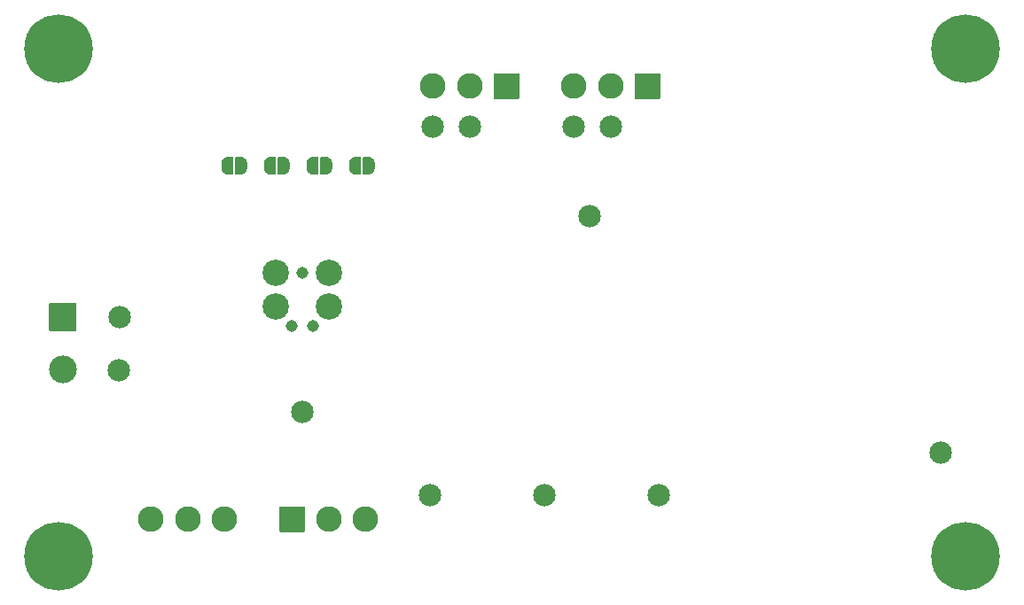
<source format=gbs>
G04 #@! TF.GenerationSoftware,KiCad,Pcbnew,6.0.10-86aedd382b~118~ubuntu18.04.1*
G04 #@! TF.CreationDate,2024-12-06T10:51:47-07:00*
G04 #@! TF.ProjectId,ckt-iiab,636b742d-6969-4616-922e-6b696361645f,rev?*
G04 #@! TF.SameCoordinates,Original*
G04 #@! TF.FileFunction,Soldermask,Bot*
G04 #@! TF.FilePolarity,Negative*
%FSLAX46Y46*%
G04 Gerber Fmt 4.6, Leading zero omitted, Abs format (unit mm)*
G04 Created by KiCad (PCBNEW 6.0.10-86aedd382b~118~ubuntu18.04.1) date 2024-12-06 10:51:47*
%MOMM*%
%LPD*%
G01*
G04 APERTURE LIST*
%ADD10C,2.452400*%
%ADD11C,6.552400*%
%ADD12C,2.527300*%
%ADD13C,1.143000*%
%ADD14C,2.652400*%
%ADD15C,2.152400*%
G04 APERTURE END LIST*
G36*
G01*
X124487200Y-76574000D02*
X124487200Y-78874000D01*
G75*
G02*
X124411000Y-78950200I-76200J0D01*
G01*
X122111000Y-78950200D01*
G75*
G02*
X122034800Y-78874000I0J76200D01*
G01*
X122034800Y-76574000D01*
G75*
G02*
X122111000Y-76497800I76200J0D01*
G01*
X124411000Y-76497800D01*
G75*
G02*
X124487200Y-76574000I0J-76200D01*
G01*
G37*
D10*
X119761000Y-77724000D03*
X116261000Y-77724000D03*
D11*
X167132000Y-122682000D03*
X167132000Y-74168000D03*
X80518000Y-122682000D03*
X80518000Y-74168000D03*
D12*
X101219000Y-95627000D03*
X106299000Y-98802000D03*
X101219000Y-98802000D03*
D13*
X104775000Y-100707000D03*
X103759000Y-95627000D03*
X102743000Y-100707000D03*
D12*
X106299000Y-95627000D03*
G36*
G01*
X79649000Y-98495800D02*
X82149000Y-98495800D01*
G75*
G02*
X82225200Y-98572000I0J-76200D01*
G01*
X82225200Y-101072000D01*
G75*
G02*
X82149000Y-101148200I-76200J0D01*
G01*
X79649000Y-101148200D01*
G75*
G02*
X79572800Y-101072000I0J76200D01*
G01*
X79572800Y-98572000D01*
G75*
G02*
X79649000Y-98495800I76200J0D01*
G01*
G37*
D14*
X80899000Y-104822000D03*
G36*
G01*
X137949200Y-76574000D02*
X137949200Y-78874000D01*
G75*
G02*
X137873000Y-78950200I-76200J0D01*
G01*
X135573000Y-78950200D01*
G75*
G02*
X135496800Y-78874000I0J76200D01*
G01*
X135496800Y-76574000D01*
G75*
G02*
X135573000Y-76497800I76200J0D01*
G01*
X137873000Y-76497800D01*
G75*
G02*
X137949200Y-76574000I0J-76200D01*
G01*
G37*
D10*
X133223000Y-77724000D03*
X129723000Y-77724000D03*
G36*
G01*
X101572800Y-120276000D02*
X101572800Y-117976000D01*
G75*
G02*
X101649000Y-117899800I76200J0D01*
G01*
X103949000Y-117899800D01*
G75*
G02*
X104025200Y-117976000I0J-76200D01*
G01*
X104025200Y-120276000D01*
G75*
G02*
X103949000Y-120352200I-76200J0D01*
G01*
X101649000Y-120352200D01*
G75*
G02*
X101572800Y-120276000I0J76200D01*
G01*
G37*
X106299000Y-119126000D03*
X109799000Y-119126000D03*
X89337000Y-119126000D03*
X92837000Y-119126000D03*
X96337000Y-119126000D03*
D15*
X133223000Y-81592000D03*
X137795000Y-116840000D03*
X126873000Y-116840000D03*
X164719000Y-112776000D03*
G36*
X105511020Y-86152373D02*
G01*
X105484958Y-86107232D01*
X105483800Y-86094000D01*
X105483800Y-84594000D01*
X105501627Y-84545020D01*
X105546768Y-84518958D01*
X105560000Y-84517800D01*
X106060000Y-84517800D01*
X106074334Y-84523017D01*
X106141337Y-84524245D01*
X106162664Y-84527699D01*
X106297979Y-84569974D01*
X106317480Y-84579275D01*
X106435490Y-84657830D01*
X106451596Y-84672231D01*
X106542816Y-84780750D01*
X106554233Y-84799092D01*
X106611328Y-84928851D01*
X106617138Y-84949660D01*
X106634060Y-85079068D01*
X106635042Y-85080768D01*
X106636200Y-85094000D01*
X106636200Y-85594000D01*
X106635448Y-85596066D01*
X106635256Y-85611833D01*
X106613445Y-85751910D01*
X106607128Y-85772570D01*
X106546880Y-85900895D01*
X106535018Y-85918953D01*
X106441174Y-86025211D01*
X106424721Y-86039213D01*
X106304826Y-86114861D01*
X106285105Y-86123683D01*
X106148798Y-86162640D01*
X106127392Y-86165573D01*
X106079745Y-86165282D01*
X106073232Y-86169042D01*
X106060000Y-86170200D01*
X105560000Y-86170200D01*
X105511020Y-86152373D01*
G37*
G36*
X104745919Y-86165075D02*
G01*
X104685630Y-86164707D01*
X104664262Y-86161513D01*
X104528441Y-86120894D01*
X104508828Y-86111832D01*
X104389866Y-86034725D01*
X104373585Y-86020522D01*
X104281047Y-85913125D01*
X104269408Y-85894924D01*
X104210731Y-85765872D01*
X104204667Y-85745135D01*
X104184570Y-85604802D01*
X104183800Y-85594000D01*
X104183800Y-85094000D01*
X104183806Y-85093071D01*
X104183955Y-85080855D01*
X104185005Y-85069142D01*
X104208525Y-84929341D01*
X104215094Y-84908758D01*
X104276906Y-84781179D01*
X104288987Y-84763268D01*
X104384122Y-84658164D01*
X104400745Y-84644363D01*
X104521555Y-84570186D01*
X104541383Y-84561606D01*
X104678156Y-84524317D01*
X104699596Y-84521647D01*
X104740802Y-84522402D01*
X104746768Y-84518958D01*
X104760000Y-84517800D01*
X105260000Y-84517800D01*
X105308980Y-84535627D01*
X105335042Y-84580768D01*
X105336200Y-84594000D01*
X105336200Y-86094000D01*
X105318373Y-86142980D01*
X105273232Y-86169042D01*
X105260000Y-86170200D01*
X104760000Y-86170200D01*
X104745919Y-86165075D01*
G37*
X103759000Y-108839000D03*
G36*
X109575020Y-86152373D02*
G01*
X109548958Y-86107232D01*
X109547800Y-86094000D01*
X109547800Y-84594000D01*
X109565627Y-84545020D01*
X109610768Y-84518958D01*
X109624000Y-84517800D01*
X110124000Y-84517800D01*
X110138334Y-84523017D01*
X110205337Y-84524245D01*
X110226664Y-84527699D01*
X110361979Y-84569974D01*
X110381480Y-84579275D01*
X110499490Y-84657830D01*
X110515596Y-84672231D01*
X110606816Y-84780750D01*
X110618233Y-84799092D01*
X110675328Y-84928851D01*
X110681138Y-84949660D01*
X110698060Y-85079068D01*
X110699042Y-85080768D01*
X110700200Y-85094000D01*
X110700200Y-85594000D01*
X110699448Y-85596066D01*
X110699256Y-85611833D01*
X110677445Y-85751910D01*
X110671128Y-85772570D01*
X110610880Y-85900895D01*
X110599018Y-85918953D01*
X110505174Y-86025211D01*
X110488721Y-86039213D01*
X110368826Y-86114861D01*
X110349105Y-86123683D01*
X110212798Y-86162640D01*
X110191392Y-86165573D01*
X110143745Y-86165282D01*
X110137232Y-86169042D01*
X110124000Y-86170200D01*
X109624000Y-86170200D01*
X109575020Y-86152373D01*
G37*
G36*
X108809919Y-86165075D02*
G01*
X108749630Y-86164707D01*
X108728262Y-86161513D01*
X108592441Y-86120894D01*
X108572828Y-86111832D01*
X108453866Y-86034725D01*
X108437585Y-86020522D01*
X108345047Y-85913125D01*
X108333408Y-85894924D01*
X108274731Y-85765872D01*
X108268667Y-85745135D01*
X108248570Y-85604802D01*
X108247800Y-85594000D01*
X108247800Y-85094000D01*
X108247806Y-85093071D01*
X108247955Y-85080855D01*
X108249005Y-85069142D01*
X108272525Y-84929341D01*
X108279094Y-84908758D01*
X108340906Y-84781179D01*
X108352987Y-84763268D01*
X108448122Y-84658164D01*
X108464745Y-84644363D01*
X108585555Y-84570186D01*
X108605383Y-84561606D01*
X108742156Y-84524317D01*
X108763596Y-84521647D01*
X108804802Y-84522402D01*
X108810768Y-84518958D01*
X108824000Y-84517800D01*
X109324000Y-84517800D01*
X109372980Y-84535627D01*
X109399042Y-84580768D01*
X109400200Y-84594000D01*
X109400200Y-86094000D01*
X109382373Y-86142980D01*
X109337232Y-86169042D01*
X109324000Y-86170200D01*
X108824000Y-86170200D01*
X108809919Y-86165075D01*
G37*
X129667000Y-81592000D03*
X131191000Y-90170000D03*
X119761000Y-81592000D03*
G36*
X101447020Y-86152373D02*
G01*
X101420958Y-86107232D01*
X101419800Y-86094000D01*
X101419800Y-84594000D01*
X101437627Y-84545020D01*
X101482768Y-84518958D01*
X101496000Y-84517800D01*
X101996000Y-84517800D01*
X102010334Y-84523017D01*
X102077337Y-84524245D01*
X102098664Y-84527699D01*
X102233979Y-84569974D01*
X102253480Y-84579275D01*
X102371490Y-84657830D01*
X102387596Y-84672231D01*
X102478816Y-84780750D01*
X102490233Y-84799092D01*
X102547328Y-84928851D01*
X102553138Y-84949660D01*
X102570060Y-85079068D01*
X102571042Y-85080768D01*
X102572200Y-85094000D01*
X102572200Y-85594000D01*
X102571448Y-85596066D01*
X102571256Y-85611833D01*
X102549445Y-85751910D01*
X102543128Y-85772570D01*
X102482880Y-85900895D01*
X102471018Y-85918953D01*
X102377174Y-86025211D01*
X102360721Y-86039213D01*
X102240826Y-86114861D01*
X102221105Y-86123683D01*
X102084798Y-86162640D01*
X102063392Y-86165573D01*
X102015745Y-86165282D01*
X102009232Y-86169042D01*
X101996000Y-86170200D01*
X101496000Y-86170200D01*
X101447020Y-86152373D01*
G37*
G36*
X100681919Y-86165075D02*
G01*
X100621630Y-86164707D01*
X100600262Y-86161513D01*
X100464441Y-86120894D01*
X100444828Y-86111832D01*
X100325866Y-86034725D01*
X100309585Y-86020522D01*
X100217047Y-85913125D01*
X100205408Y-85894924D01*
X100146731Y-85765872D01*
X100140667Y-85745135D01*
X100120570Y-85604802D01*
X100119800Y-85594000D01*
X100119800Y-85094000D01*
X100119806Y-85093071D01*
X100119955Y-85080855D01*
X100121005Y-85069142D01*
X100144525Y-84929341D01*
X100151094Y-84908758D01*
X100212906Y-84781179D01*
X100224987Y-84763268D01*
X100320122Y-84658164D01*
X100336745Y-84644363D01*
X100457555Y-84570186D01*
X100477383Y-84561606D01*
X100614156Y-84524317D01*
X100635596Y-84521647D01*
X100676802Y-84522402D01*
X100682768Y-84518958D01*
X100696000Y-84517800D01*
X101196000Y-84517800D01*
X101244980Y-84535627D01*
X101271042Y-84580768D01*
X101272200Y-84594000D01*
X101272200Y-86094000D01*
X101254373Y-86142980D01*
X101209232Y-86169042D01*
X101196000Y-86170200D01*
X100696000Y-86170200D01*
X100681919Y-86165075D01*
G37*
X86360000Y-99822000D03*
X86280000Y-104902000D03*
X116205000Y-81592000D03*
X115951000Y-116840000D03*
G36*
X97383020Y-86152373D02*
G01*
X97356958Y-86107232D01*
X97355800Y-86094000D01*
X97355800Y-84594000D01*
X97373627Y-84545020D01*
X97418768Y-84518958D01*
X97432000Y-84517800D01*
X97932000Y-84517800D01*
X97946334Y-84523017D01*
X98013337Y-84524245D01*
X98034664Y-84527699D01*
X98169979Y-84569974D01*
X98189480Y-84579275D01*
X98307490Y-84657830D01*
X98323596Y-84672231D01*
X98414816Y-84780750D01*
X98426233Y-84799092D01*
X98483328Y-84928851D01*
X98489138Y-84949660D01*
X98506060Y-85079068D01*
X98507042Y-85080768D01*
X98508200Y-85094000D01*
X98508200Y-85594000D01*
X98507448Y-85596066D01*
X98507256Y-85611833D01*
X98485445Y-85751910D01*
X98479128Y-85772570D01*
X98418880Y-85900895D01*
X98407018Y-85918953D01*
X98313174Y-86025211D01*
X98296721Y-86039213D01*
X98176826Y-86114861D01*
X98157105Y-86123683D01*
X98020798Y-86162640D01*
X97999392Y-86165573D01*
X97951745Y-86165282D01*
X97945232Y-86169042D01*
X97932000Y-86170200D01*
X97432000Y-86170200D01*
X97383020Y-86152373D01*
G37*
G36*
X96617919Y-86165075D02*
G01*
X96557630Y-86164707D01*
X96536262Y-86161513D01*
X96400441Y-86120894D01*
X96380828Y-86111832D01*
X96261866Y-86034725D01*
X96245585Y-86020522D01*
X96153047Y-85913125D01*
X96141408Y-85894924D01*
X96082731Y-85765872D01*
X96076667Y-85745135D01*
X96056570Y-85604802D01*
X96055800Y-85594000D01*
X96055800Y-85094000D01*
X96055806Y-85093071D01*
X96055955Y-85080855D01*
X96057005Y-85069142D01*
X96080525Y-84929341D01*
X96087094Y-84908758D01*
X96148906Y-84781179D01*
X96160987Y-84763268D01*
X96256122Y-84658164D01*
X96272745Y-84644363D01*
X96393555Y-84570186D01*
X96413383Y-84561606D01*
X96550156Y-84524317D01*
X96571596Y-84521647D01*
X96612802Y-84522402D01*
X96618768Y-84518958D01*
X96632000Y-84517800D01*
X97132000Y-84517800D01*
X97180980Y-84535627D01*
X97207042Y-84580768D01*
X97208200Y-84594000D01*
X97208200Y-86094000D01*
X97190373Y-86142980D01*
X97145232Y-86169042D01*
X97132000Y-86170200D01*
X96632000Y-86170200D01*
X96617919Y-86165075D01*
G37*
M02*

</source>
